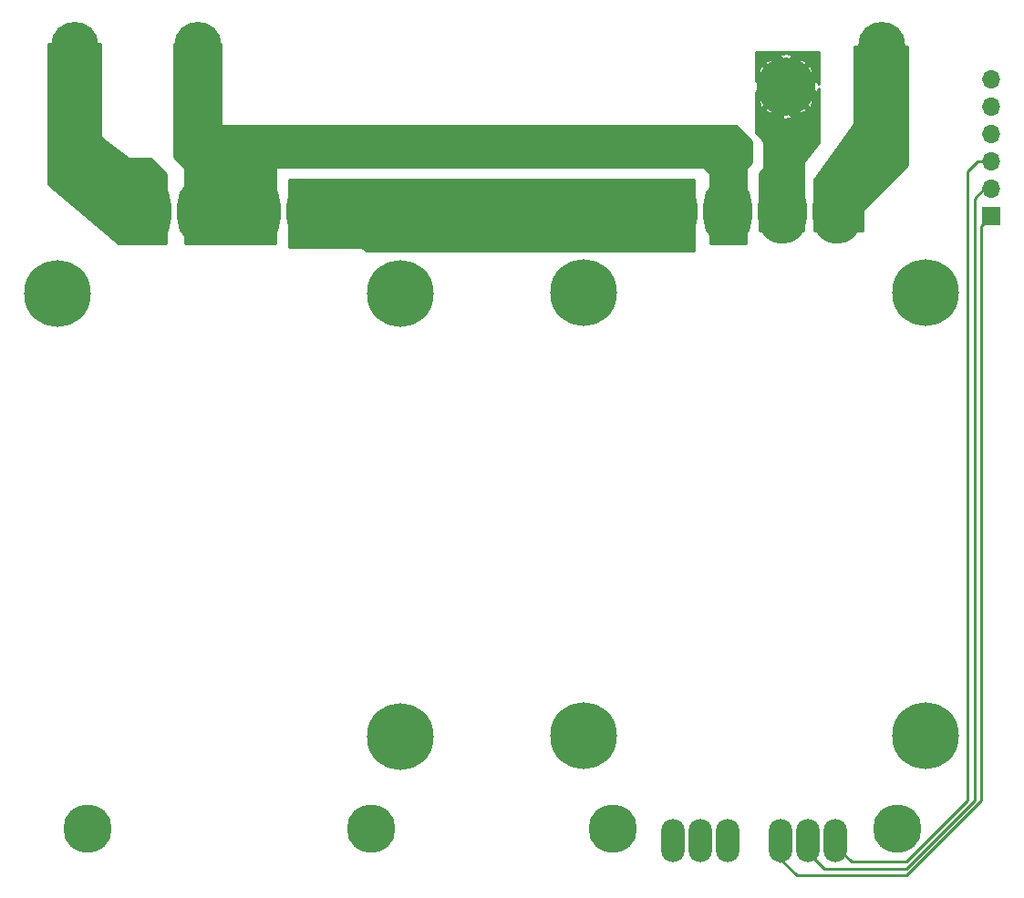
<source format=gtl>
G04 #@! TF.FileFunction,Copper,L1,Top,Signal*
%FSLAX46Y46*%
G04 Gerber Fmt 4.6, Leading zero omitted, Abs format (unit mm)*
G04 Created by KiCad (PCBNEW 4.0.7) date 03/25/20 15:59:30*
%MOMM*%
%LPD*%
G01*
G04 APERTURE LIST*
%ADD10C,0.100000*%
%ADD11O,2.200000X4.000000*%
%ADD12C,6.200000*%
%ADD13O,4.500000X6.000000*%
%ADD14C,4.500000*%
%ADD15R,1.700000X1.700000*%
%ADD16O,1.700000X1.700000*%
%ADD17C,5.400000*%
%ADD18C,0.800000*%
%ADD19C,4.400000*%
%ADD20C,0.600000*%
%ADD21C,0.250000*%
%ADD22C,0.254000*%
G04 APERTURE END LIST*
D10*
D11*
X164109400Y-137363200D03*
X166649400Y-137363200D03*
X169189400Y-137363200D03*
D12*
X177622200Y-86512400D03*
X145821400Y-86512400D03*
X145821400Y-127660400D03*
X177622200Y-127660400D03*
D13*
X169341800Y-78917800D03*
X164261800Y-78917800D03*
X159181800Y-78917800D03*
X154101800Y-78917800D03*
D14*
X148564600Y-136245600D03*
X174929800Y-136245600D03*
D11*
X159181800Y-137363200D03*
X156641800Y-137363200D03*
X154101800Y-137363200D03*
D12*
X128816100Y-86550500D03*
X97015300Y-86550500D03*
X128816100Y-127698500D03*
D13*
X120535700Y-78955900D03*
X115455700Y-78955900D03*
X110375700Y-78955900D03*
X105295700Y-78955900D03*
D14*
X99758500Y-136283700D03*
X126123700Y-136283700D03*
D15*
X183642000Y-79375000D03*
D16*
X183642000Y-76835000D03*
X183642000Y-74295000D03*
X183642000Y-71755000D03*
X183642000Y-69215000D03*
X183642000Y-66675000D03*
D17*
X164592000Y-67310000D03*
D18*
X166617000Y-67310000D03*
X166023891Y-68741891D03*
X164592000Y-69335000D03*
X163160109Y-68741891D03*
X162567000Y-67310000D03*
X163160109Y-65878109D03*
X164592000Y-65285000D03*
X166023891Y-65878109D03*
D19*
X173482000Y-67310000D03*
X173482000Y-71120000D03*
X173482000Y-63500000D03*
X98552000Y-71120000D03*
X98552000Y-63500000D03*
X98552000Y-67310000D03*
X109982000Y-67310000D03*
X109982000Y-71120000D03*
X109982000Y-63500000D03*
D20*
X165608000Y-74549000D03*
X163068000Y-74549000D03*
X163068000Y-77089000D03*
X164223700Y-78955900D03*
X165608000Y-77089000D03*
D21*
X182753000Y-80264000D02*
X183642000Y-79375000D01*
X164071300Y-137401300D02*
X164071300Y-139052300D01*
X164071300Y-139052300D02*
X165608000Y-140589000D01*
X165608000Y-140589000D02*
X175768000Y-140589000D01*
X164071300Y-137401300D02*
X164071300Y-139306300D01*
X175768000Y-140589000D02*
X182753000Y-133604000D01*
X182753000Y-133604000D02*
X182753000Y-80264000D01*
X166611300Y-137401300D02*
X166611300Y-138417300D01*
X166611300Y-138417300D02*
X168148000Y-139954000D01*
X168148000Y-139954000D02*
X175768000Y-139954000D01*
X166611300Y-137401300D02*
X166611300Y-138671300D01*
X175768000Y-139954000D02*
X182118000Y-133604000D01*
X182118000Y-133604000D02*
X182118000Y-77724000D01*
X182118000Y-77724000D02*
X183007000Y-76835000D01*
X183007000Y-76835000D02*
X183642000Y-76835000D01*
X182372000Y-74295000D02*
X183642000Y-74295000D01*
X169151300Y-137401300D02*
X169151300Y-137782300D01*
X169151300Y-137782300D02*
X170688000Y-139319000D01*
X170688000Y-139319000D02*
X175768000Y-139319000D01*
X169151300Y-137401300D02*
X169151300Y-139052300D01*
X175768000Y-139319000D02*
X181483000Y-133604000D01*
X181483000Y-133604000D02*
X181483000Y-75184000D01*
X181483000Y-75184000D02*
X182372000Y-74295000D01*
X98552000Y-63500000D02*
X98552000Y-67310000D01*
X98552000Y-67310000D02*
X98552000Y-71120000D01*
X98552000Y-71120000D02*
X98602800Y-71170800D01*
X98602800Y-71170800D02*
X98602800Y-72263000D01*
X98602800Y-72263000D02*
X105295700Y-78955900D01*
X110375700Y-78955900D02*
X115455700Y-78955900D01*
X109982000Y-63500000D02*
X109982000Y-67310000D01*
X109982000Y-67310000D02*
X109982000Y-71120000D01*
X109982000Y-71120000D02*
X110375700Y-71513700D01*
X110375700Y-71513700D02*
X110375700Y-78955900D01*
X159143700Y-73723500D02*
X159143700Y-78955900D01*
X115455700Y-78955900D02*
X115455700Y-73723500D01*
X115455700Y-73723500D02*
X117614700Y-71564500D01*
X117614700Y-71564500D02*
X156984700Y-71564500D01*
X156984700Y-71564500D02*
X159143700Y-73723500D01*
X164261800Y-78917800D02*
X164261800Y-67640200D01*
X164261800Y-67640200D02*
X164592000Y-67310000D01*
X163068000Y-74549000D02*
X165608000Y-74549000D01*
X163068000Y-77089000D02*
X164223700Y-78244700D01*
X164223700Y-78244700D02*
X164223700Y-78955900D01*
X165608000Y-77089000D02*
X164223700Y-78473300D01*
X164223700Y-78473300D02*
X164223700Y-78955900D01*
X173482000Y-71120000D02*
X173482000Y-74777600D01*
X173482000Y-74777600D02*
X169341800Y-78917800D01*
X173482000Y-67310000D02*
X173482000Y-71120000D01*
X173482000Y-63500000D02*
X173482000Y-67310000D01*
D22*
G36*
X156083000Y-82550000D02*
X125648197Y-82550000D01*
X125609746Y-82492454D01*
X125379405Y-82338546D01*
X125107700Y-82284500D01*
X118491000Y-82284500D01*
X118491000Y-75946000D01*
X156083000Y-75946000D01*
X156083000Y-82550000D01*
X156083000Y-82550000D01*
G37*
X156083000Y-82550000D02*
X125648197Y-82550000D01*
X125609746Y-82492454D01*
X125379405Y-82338546D01*
X125107700Y-82284500D01*
X118491000Y-82284500D01*
X118491000Y-75946000D01*
X156083000Y-75946000D01*
X156083000Y-82550000D01*
G36*
X112141000Y-70866000D02*
X112151006Y-70915410D01*
X112179447Y-70957035D01*
X112221841Y-70984315D01*
X112268000Y-70993000D01*
X159967394Y-70993000D01*
X161417000Y-72442606D01*
X161417000Y-74369394D01*
X160946197Y-74840197D01*
X160918334Y-74882211D01*
X160909000Y-74930000D01*
X160909000Y-81915000D01*
X157607000Y-81915000D01*
X157607000Y-75438000D01*
X157596994Y-75388590D01*
X157569803Y-75348197D01*
X157061803Y-74840197D01*
X157019789Y-74812334D01*
X156972000Y-74803000D01*
X117348000Y-74803000D01*
X117298590Y-74813006D01*
X117256965Y-74841447D01*
X117229685Y-74883841D01*
X117221000Y-74930000D01*
X117221000Y-81915000D01*
X108839000Y-81915000D01*
X108839000Y-74930000D01*
X108828994Y-74880590D01*
X108801803Y-74840197D01*
X107823000Y-73861394D01*
X107823000Y-63373000D01*
X112141000Y-63373000D01*
X112141000Y-70866000D01*
X112141000Y-70866000D01*
G37*
X112141000Y-70866000D02*
X112151006Y-70915410D01*
X112179447Y-70957035D01*
X112221841Y-70984315D01*
X112268000Y-70993000D01*
X159967394Y-70993000D01*
X161417000Y-72442606D01*
X161417000Y-74369394D01*
X160946197Y-74840197D01*
X160918334Y-74882211D01*
X160909000Y-74930000D01*
X160909000Y-81915000D01*
X157607000Y-81915000D01*
X157607000Y-75438000D01*
X157596994Y-75388590D01*
X157569803Y-75348197D01*
X157061803Y-74840197D01*
X157019789Y-74812334D01*
X156972000Y-74803000D01*
X117348000Y-74803000D01*
X117298590Y-74813006D01*
X117256965Y-74841447D01*
X117229685Y-74883841D01*
X117221000Y-74930000D01*
X117221000Y-81915000D01*
X108839000Y-81915000D01*
X108839000Y-74930000D01*
X108828994Y-74880590D01*
X108801803Y-74840197D01*
X107823000Y-73861394D01*
X107823000Y-63373000D01*
X112141000Y-63373000D01*
X112141000Y-70866000D01*
G36*
X100965000Y-71882000D02*
X100975006Y-71931410D01*
X101002197Y-71971803D01*
X101510197Y-72479803D01*
X101523800Y-72491600D01*
X103555800Y-74015600D01*
X103601332Y-74037241D01*
X103632000Y-74041000D01*
X105611394Y-74041000D01*
X107061000Y-75490606D01*
X107061000Y-81915000D01*
X102662521Y-81915000D01*
X96139000Y-76395097D01*
X96139000Y-63373000D01*
X100965000Y-63373000D01*
X100965000Y-71882000D01*
X100965000Y-71882000D01*
G37*
X100965000Y-71882000D02*
X100975006Y-71931410D01*
X101002197Y-71971803D01*
X101510197Y-72479803D01*
X101523800Y-72491600D01*
X103555800Y-74015600D01*
X103601332Y-74037241D01*
X103632000Y-74041000D01*
X105611394Y-74041000D01*
X107061000Y-75490606D01*
X107061000Y-81915000D01*
X102662521Y-81915000D01*
X96139000Y-76395097D01*
X96139000Y-63373000D01*
X100965000Y-63373000D01*
X100965000Y-71882000D01*
G36*
X167640000Y-67120719D02*
X167631842Y-67020682D01*
X167539180Y-66796977D01*
X167334350Y-66772255D01*
X166796605Y-67310000D01*
X167334350Y-67847745D01*
X167539180Y-67823023D01*
X167640000Y-67509718D01*
X167640000Y-72475425D01*
X166267587Y-74346897D01*
X166246436Y-74392658D01*
X166243000Y-74422000D01*
X166243000Y-80760500D01*
X162179000Y-80760500D01*
X162179000Y-75363606D01*
X162522803Y-75019803D01*
X162550666Y-74977789D01*
X162560000Y-74930000D01*
X162560000Y-72390000D01*
X162549994Y-72340590D01*
X162522803Y-72300197D01*
X161798000Y-71575394D01*
X161798000Y-70052350D01*
X164054255Y-70052350D01*
X164078977Y-70257180D01*
X164470931Y-70383309D01*
X164881318Y-70349842D01*
X165105023Y-70257180D01*
X165129745Y-70052350D01*
X164592000Y-69514605D01*
X164054255Y-70052350D01*
X161798000Y-70052350D01*
X161798000Y-69459241D01*
X162622364Y-69459241D01*
X162647086Y-69664071D01*
X163039040Y-69790200D01*
X163449427Y-69756733D01*
X163605268Y-69692181D01*
X163669820Y-69848023D01*
X163874650Y-69872745D01*
X164412395Y-69335000D01*
X164398253Y-69320858D01*
X164577858Y-69141253D01*
X164592000Y-69155395D01*
X164606143Y-69141253D01*
X164785748Y-69320858D01*
X164771605Y-69335000D01*
X165309350Y-69872745D01*
X165514180Y-69848023D01*
X165567510Y-69682298D01*
X165902822Y-69790200D01*
X166313209Y-69756733D01*
X166536914Y-69664071D01*
X166561636Y-69459241D01*
X166023891Y-68921496D01*
X166009749Y-68935639D01*
X165830144Y-68756034D01*
X165844286Y-68741891D01*
X165306541Y-68204146D01*
X165101711Y-68228868D01*
X165048381Y-68394593D01*
X164713069Y-68286691D01*
X164302682Y-68320158D01*
X164146841Y-68384710D01*
X164082289Y-68228868D01*
X163877459Y-68204146D01*
X163339714Y-68741891D01*
X163353857Y-68756034D01*
X163174252Y-68935639D01*
X163160109Y-68921496D01*
X162622364Y-69459241D01*
X161798000Y-69459241D01*
X161798000Y-67841511D01*
X161849650Y-67847745D01*
X162387395Y-67310000D01*
X161849650Y-66772255D01*
X161798000Y-66778489D01*
X161798000Y-66592650D01*
X162029255Y-66592650D01*
X162567000Y-67130395D01*
X162581143Y-67116253D01*
X162760748Y-67295858D01*
X162746605Y-67310000D01*
X162760748Y-67324143D01*
X162581143Y-67503748D01*
X162567000Y-67489605D01*
X162029255Y-68027350D01*
X162053977Y-68232180D01*
X162219702Y-68285510D01*
X162111800Y-68620822D01*
X162145267Y-69031209D01*
X162237929Y-69254914D01*
X162442759Y-69279636D01*
X162980504Y-68741891D01*
X162966362Y-68727749D01*
X163145967Y-68548144D01*
X163160109Y-68562286D01*
X163697854Y-68024541D01*
X163673132Y-67819711D01*
X163507407Y-67766381D01*
X163615309Y-67431069D01*
X163581842Y-67020682D01*
X163517290Y-66864841D01*
X163673132Y-66800289D01*
X163697854Y-66595459D01*
X165486146Y-66595459D01*
X165510868Y-66800289D01*
X165676593Y-66853619D01*
X165568691Y-67188931D01*
X165602158Y-67599318D01*
X165666710Y-67755159D01*
X165510868Y-67819711D01*
X165486146Y-68024541D01*
X166023891Y-68562286D01*
X166038034Y-68548144D01*
X166217639Y-68727749D01*
X166203496Y-68741891D01*
X166741241Y-69279636D01*
X166946071Y-69254914D01*
X167072200Y-68862960D01*
X167038733Y-68452573D01*
X166974181Y-68296732D01*
X167130023Y-68232180D01*
X167154745Y-68027350D01*
X166617000Y-67489605D01*
X166602858Y-67503748D01*
X166423253Y-67324143D01*
X166437395Y-67310000D01*
X166423253Y-67295858D01*
X166602858Y-67116253D01*
X166617000Y-67130395D01*
X167154745Y-66592650D01*
X167130023Y-66387820D01*
X166964298Y-66334490D01*
X167072200Y-65999178D01*
X167038733Y-65588791D01*
X166946071Y-65365086D01*
X166741241Y-65340364D01*
X166203496Y-65878109D01*
X166217639Y-65892252D01*
X166038034Y-66071857D01*
X166023891Y-66057714D01*
X165486146Y-66595459D01*
X163697854Y-66595459D01*
X163160109Y-66057714D01*
X163145967Y-66071857D01*
X162966362Y-65892252D01*
X162980504Y-65878109D01*
X162442759Y-65340364D01*
X162237929Y-65365086D01*
X162111800Y-65757040D01*
X162145267Y-66167427D01*
X162209819Y-66323268D01*
X162053977Y-66387820D01*
X162029255Y-66592650D01*
X161798000Y-66592650D01*
X161798000Y-65160759D01*
X162622364Y-65160759D01*
X163160109Y-65698504D01*
X163174252Y-65684362D01*
X163353857Y-65863967D01*
X163339714Y-65878109D01*
X163877459Y-66415854D01*
X164082289Y-66391132D01*
X164135619Y-66225407D01*
X164470931Y-66333309D01*
X164881318Y-66299842D01*
X165037159Y-66235290D01*
X165101711Y-66391132D01*
X165306541Y-66415854D01*
X165844286Y-65878109D01*
X165830144Y-65863967D01*
X166009749Y-65684362D01*
X166023891Y-65698504D01*
X166561636Y-65160759D01*
X166536914Y-64955929D01*
X166144960Y-64829800D01*
X165734573Y-64863267D01*
X165578732Y-64927819D01*
X165514180Y-64771977D01*
X165309350Y-64747255D01*
X164771605Y-65285000D01*
X164785748Y-65299143D01*
X164606143Y-65478748D01*
X164592000Y-65464605D01*
X164577858Y-65478748D01*
X164398253Y-65299143D01*
X164412395Y-65285000D01*
X163874650Y-64747255D01*
X163669820Y-64771977D01*
X163616490Y-64937702D01*
X163281178Y-64829800D01*
X162870791Y-64863267D01*
X162647086Y-64955929D01*
X162622364Y-65160759D01*
X161798000Y-65160759D01*
X161798000Y-64567650D01*
X164054255Y-64567650D01*
X164592000Y-65105395D01*
X165129745Y-64567650D01*
X165105023Y-64362820D01*
X164713069Y-64236691D01*
X164302682Y-64270158D01*
X164078977Y-64362820D01*
X164054255Y-64567650D01*
X161798000Y-64567650D01*
X161798000Y-64135000D01*
X167640000Y-64135000D01*
X167640000Y-67120719D01*
X167640000Y-67120719D01*
G37*
X167640000Y-67120719D02*
X167631842Y-67020682D01*
X167539180Y-66796977D01*
X167334350Y-66772255D01*
X166796605Y-67310000D01*
X167334350Y-67847745D01*
X167539180Y-67823023D01*
X167640000Y-67509718D01*
X167640000Y-72475425D01*
X166267587Y-74346897D01*
X166246436Y-74392658D01*
X166243000Y-74422000D01*
X166243000Y-80760500D01*
X162179000Y-80760500D01*
X162179000Y-75363606D01*
X162522803Y-75019803D01*
X162550666Y-74977789D01*
X162560000Y-74930000D01*
X162560000Y-72390000D01*
X162549994Y-72340590D01*
X162522803Y-72300197D01*
X161798000Y-71575394D01*
X161798000Y-70052350D01*
X164054255Y-70052350D01*
X164078977Y-70257180D01*
X164470931Y-70383309D01*
X164881318Y-70349842D01*
X165105023Y-70257180D01*
X165129745Y-70052350D01*
X164592000Y-69514605D01*
X164054255Y-70052350D01*
X161798000Y-70052350D01*
X161798000Y-69459241D01*
X162622364Y-69459241D01*
X162647086Y-69664071D01*
X163039040Y-69790200D01*
X163449427Y-69756733D01*
X163605268Y-69692181D01*
X163669820Y-69848023D01*
X163874650Y-69872745D01*
X164412395Y-69335000D01*
X164398253Y-69320858D01*
X164577858Y-69141253D01*
X164592000Y-69155395D01*
X164606143Y-69141253D01*
X164785748Y-69320858D01*
X164771605Y-69335000D01*
X165309350Y-69872745D01*
X165514180Y-69848023D01*
X165567510Y-69682298D01*
X165902822Y-69790200D01*
X166313209Y-69756733D01*
X166536914Y-69664071D01*
X166561636Y-69459241D01*
X166023891Y-68921496D01*
X166009749Y-68935639D01*
X165830144Y-68756034D01*
X165844286Y-68741891D01*
X165306541Y-68204146D01*
X165101711Y-68228868D01*
X165048381Y-68394593D01*
X164713069Y-68286691D01*
X164302682Y-68320158D01*
X164146841Y-68384710D01*
X164082289Y-68228868D01*
X163877459Y-68204146D01*
X163339714Y-68741891D01*
X163353857Y-68756034D01*
X163174252Y-68935639D01*
X163160109Y-68921496D01*
X162622364Y-69459241D01*
X161798000Y-69459241D01*
X161798000Y-67841511D01*
X161849650Y-67847745D01*
X162387395Y-67310000D01*
X161849650Y-66772255D01*
X161798000Y-66778489D01*
X161798000Y-66592650D01*
X162029255Y-66592650D01*
X162567000Y-67130395D01*
X162581143Y-67116253D01*
X162760748Y-67295858D01*
X162746605Y-67310000D01*
X162760748Y-67324143D01*
X162581143Y-67503748D01*
X162567000Y-67489605D01*
X162029255Y-68027350D01*
X162053977Y-68232180D01*
X162219702Y-68285510D01*
X162111800Y-68620822D01*
X162145267Y-69031209D01*
X162237929Y-69254914D01*
X162442759Y-69279636D01*
X162980504Y-68741891D01*
X162966362Y-68727749D01*
X163145967Y-68548144D01*
X163160109Y-68562286D01*
X163697854Y-68024541D01*
X163673132Y-67819711D01*
X163507407Y-67766381D01*
X163615309Y-67431069D01*
X163581842Y-67020682D01*
X163517290Y-66864841D01*
X163673132Y-66800289D01*
X163697854Y-66595459D01*
X165486146Y-66595459D01*
X165510868Y-66800289D01*
X165676593Y-66853619D01*
X165568691Y-67188931D01*
X165602158Y-67599318D01*
X165666710Y-67755159D01*
X165510868Y-67819711D01*
X165486146Y-68024541D01*
X166023891Y-68562286D01*
X166038034Y-68548144D01*
X166217639Y-68727749D01*
X166203496Y-68741891D01*
X166741241Y-69279636D01*
X166946071Y-69254914D01*
X167072200Y-68862960D01*
X167038733Y-68452573D01*
X166974181Y-68296732D01*
X167130023Y-68232180D01*
X167154745Y-68027350D01*
X166617000Y-67489605D01*
X166602858Y-67503748D01*
X166423253Y-67324143D01*
X166437395Y-67310000D01*
X166423253Y-67295858D01*
X166602858Y-67116253D01*
X166617000Y-67130395D01*
X167154745Y-66592650D01*
X167130023Y-66387820D01*
X166964298Y-66334490D01*
X167072200Y-65999178D01*
X167038733Y-65588791D01*
X166946071Y-65365086D01*
X166741241Y-65340364D01*
X166203496Y-65878109D01*
X166217639Y-65892252D01*
X166038034Y-66071857D01*
X166023891Y-66057714D01*
X165486146Y-66595459D01*
X163697854Y-66595459D01*
X163160109Y-66057714D01*
X163145967Y-66071857D01*
X162966362Y-65892252D01*
X162980504Y-65878109D01*
X162442759Y-65340364D01*
X162237929Y-65365086D01*
X162111800Y-65757040D01*
X162145267Y-66167427D01*
X162209819Y-66323268D01*
X162053977Y-66387820D01*
X162029255Y-66592650D01*
X161798000Y-66592650D01*
X161798000Y-65160759D01*
X162622364Y-65160759D01*
X163160109Y-65698504D01*
X163174252Y-65684362D01*
X163353857Y-65863967D01*
X163339714Y-65878109D01*
X163877459Y-66415854D01*
X164082289Y-66391132D01*
X164135619Y-66225407D01*
X164470931Y-66333309D01*
X164881318Y-66299842D01*
X165037159Y-66235290D01*
X165101711Y-66391132D01*
X165306541Y-66415854D01*
X165844286Y-65878109D01*
X165830144Y-65863967D01*
X166009749Y-65684362D01*
X166023891Y-65698504D01*
X166561636Y-65160759D01*
X166536914Y-64955929D01*
X166144960Y-64829800D01*
X165734573Y-64863267D01*
X165578732Y-64927819D01*
X165514180Y-64771977D01*
X165309350Y-64747255D01*
X164771605Y-65285000D01*
X164785748Y-65299143D01*
X164606143Y-65478748D01*
X164592000Y-65464605D01*
X164577858Y-65478748D01*
X164398253Y-65299143D01*
X164412395Y-65285000D01*
X163874650Y-64747255D01*
X163669820Y-64771977D01*
X163616490Y-64937702D01*
X163281178Y-64829800D01*
X162870791Y-64863267D01*
X162647086Y-64955929D01*
X162622364Y-65160759D01*
X161798000Y-65160759D01*
X161798000Y-64567650D01*
X164054255Y-64567650D01*
X164592000Y-65105395D01*
X165129745Y-64567650D01*
X165105023Y-64362820D01*
X164713069Y-64236691D01*
X164302682Y-64270158D01*
X164078977Y-64362820D01*
X164054255Y-64567650D01*
X161798000Y-64567650D01*
X161798000Y-64135000D01*
X167640000Y-64135000D01*
X167640000Y-67120719D01*
G36*
X175895000Y-74623394D02*
X171741197Y-78777197D01*
X171713334Y-78819211D01*
X171704000Y-78867000D01*
X171704000Y-80760500D01*
X167259000Y-80760500D01*
X167259000Y-75987155D01*
X169901863Y-72337487D01*
X170917709Y-70940698D01*
X170938679Y-70894853D01*
X170942000Y-70866000D01*
X170942000Y-63627000D01*
X175895000Y-63627000D01*
X175895000Y-74623394D01*
X175895000Y-74623394D01*
G37*
X175895000Y-74623394D02*
X171741197Y-78777197D01*
X171713334Y-78819211D01*
X171704000Y-78867000D01*
X171704000Y-80760500D01*
X167259000Y-80760500D01*
X167259000Y-75987155D01*
X169901863Y-72337487D01*
X170917709Y-70940698D01*
X170938679Y-70894853D01*
X170942000Y-70866000D01*
X170942000Y-63627000D01*
X175895000Y-63627000D01*
X175895000Y-74623394D01*
M02*

</source>
